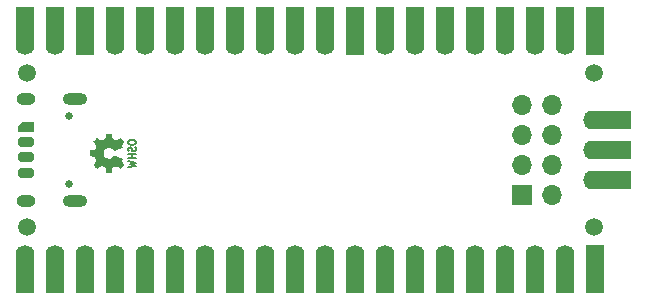
<source format=gbr>
%TF.GenerationSoftware,KiCad,Pcbnew,8.0.1*%
%TF.CreationDate,2024-04-07T18:53:55+05:30*%
%TF.ProjectId,Mitayi-Pico-RP2040,4d697461-7969-42d5-9069-636f2d525032,0.6*%
%TF.SameCoordinates,PX73df160PY5f2d3c0*%
%TF.FileFunction,Soldermask,Bot*%
%TF.FilePolarity,Negative*%
%FSLAX46Y46*%
G04 Gerber Fmt 4.6, Leading zero omitted, Abs format (unit mm)*
G04 Created by KiCad (PCBNEW 8.0.1) date 2024-04-07 18:53:55*
%MOMM*%
%LPD*%
G01*
G04 APERTURE LIST*
G04 Aperture macros list*
%AMRoundRect*
0 Rectangle with rounded corners*
0 $1 Rounding radius*
0 $2 $3 $4 $5 $6 $7 $8 $9 X,Y pos of 4 corners*
0 Add a 4 corners polygon primitive as box body*
4,1,4,$2,$3,$4,$5,$6,$7,$8,$9,$2,$3,0*
0 Add four circle primitives for the rounded corners*
1,1,$1+$1,$2,$3*
1,1,$1+$1,$4,$5*
1,1,$1+$1,$6,$7*
1,1,$1+$1,$8,$9*
0 Add four rect primitives between the rounded corners*
20,1,$1+$1,$2,$3,$4,$5,0*
20,1,$1+$1,$4,$5,$6,$7,0*
20,1,$1+$1,$6,$7,$8,$9,0*
20,1,$1+$1,$8,$9,$2,$3,0*%
%AMOutline5P*
0 Free polygon, 5 corners , with rotation*
0 The origin of the aperture is its center*
0 number of corners: always 5*
0 $1 to $10 corner X, Y*
0 $11 Rotation angle, in degrees counterclockwise*
0 create outline with 5 corners*
4,1,5,$1,$2,$3,$4,$5,$6,$7,$8,$9,$10,$1,$2,$11*%
%AMOutline6P*
0 Free polygon, 6 corners , with rotation*
0 The origin of the aperture is its center*
0 number of corners: always 6*
0 $1 to $12 corner X, Y*
0 $13 Rotation angle, in degrees counterclockwise*
0 create outline with 6 corners*
4,1,6,$1,$2,$3,$4,$5,$6,$7,$8,$9,$10,$11,$12,$1,$2,$13*%
%AMOutline7P*
0 Free polygon, 7 corners , with rotation*
0 The origin of the aperture is its center*
0 number of corners: always 7*
0 $1 to $14 corner X, Y*
0 $15 Rotation angle, in degrees counterclockwise*
0 create outline with 7 corners*
4,1,7,$1,$2,$3,$4,$5,$6,$7,$8,$9,$10,$11,$12,$13,$14,$1,$2,$15*%
%AMOutline8P*
0 Free polygon, 8 corners , with rotation*
0 The origin of the aperture is its center*
0 number of corners: always 8*
0 $1 to $16 corner X, Y*
0 $17 Rotation angle, in degrees counterclockwise*
0 create outline with 8 corners*
4,1,8,$1,$2,$3,$4,$5,$6,$7,$8,$9,$10,$11,$12,$13,$14,$15,$16,$1,$2,$17*%
G04 Aperture macros list end*
%ADD10C,0.150000*%
%ADD11C,0.000000*%
%ADD12R,1.600000X3.200000*%
%ADD13O,1.600000X1.700000*%
%ADD14R,1.600000X1.700000*%
%ADD15C,1.500000*%
%ADD16R,3.200000X1.600000*%
%ADD17O,1.700000X1.600000*%
%ADD18C,0.650000*%
%ADD19O,2.100000X1.000000*%
%ADD20O,1.600000X1.000000*%
%ADD21RoundRect,0.200000X-0.450000X0.200000X-0.450000X-0.200000X0.450000X-0.200000X0.450000X0.200000X0*%
%ADD22R,1.700000X1.700000*%
%ADD23O,1.700000X1.700000*%
%ADD24Outline5P,-0.400000X0.650000X0.400000X0.650000X0.400000X-0.650000X-0.080000X-0.650000X-0.400000X-0.330000X270.000000*%
G04 APERTURE END LIST*
D10*
X10069771Y11200000D02*
X10069771Y11085714D01*
X10069771Y11085714D02*
X10098342Y11028571D01*
X10098342Y11028571D02*
X10155485Y10971428D01*
X10155485Y10971428D02*
X10269771Y10942857D01*
X10269771Y10942857D02*
X10469771Y10942857D01*
X10469771Y10942857D02*
X10584057Y10971428D01*
X10584057Y10971428D02*
X10641200Y11028571D01*
X10641200Y11028571D02*
X10669771Y11085714D01*
X10669771Y11085714D02*
X10669771Y11200000D01*
X10669771Y11200000D02*
X10641200Y11257142D01*
X10641200Y11257142D02*
X10584057Y11314285D01*
X10584057Y11314285D02*
X10469771Y11342857D01*
X10469771Y11342857D02*
X10269771Y11342857D01*
X10269771Y11342857D02*
X10155485Y11314285D01*
X10155485Y11314285D02*
X10098342Y11257142D01*
X10098342Y11257142D02*
X10069771Y11200000D01*
X10641200Y10714286D02*
X10669771Y10628571D01*
X10669771Y10628571D02*
X10669771Y10485714D01*
X10669771Y10485714D02*
X10641200Y10428571D01*
X10641200Y10428571D02*
X10612628Y10400000D01*
X10612628Y10400000D02*
X10555485Y10371429D01*
X10555485Y10371429D02*
X10498342Y10371429D01*
X10498342Y10371429D02*
X10441200Y10400000D01*
X10441200Y10400000D02*
X10412628Y10428571D01*
X10412628Y10428571D02*
X10384057Y10485714D01*
X10384057Y10485714D02*
X10355485Y10600000D01*
X10355485Y10600000D02*
X10326914Y10657143D01*
X10326914Y10657143D02*
X10298342Y10685714D01*
X10298342Y10685714D02*
X10241200Y10714286D01*
X10241200Y10714286D02*
X10184057Y10714286D01*
X10184057Y10714286D02*
X10126914Y10685714D01*
X10126914Y10685714D02*
X10098342Y10657143D01*
X10098342Y10657143D02*
X10069771Y10600000D01*
X10069771Y10600000D02*
X10069771Y10457143D01*
X10069771Y10457143D02*
X10098342Y10371429D01*
X10669771Y10114285D02*
X10069771Y10114285D01*
X10355485Y10114285D02*
X10355485Y9771428D01*
X10669771Y9771428D02*
X10069771Y9771428D01*
X10069771Y9542857D02*
X10669771Y9400000D01*
X10669771Y9400000D02*
X10241200Y9285714D01*
X10241200Y9285714D02*
X10669771Y9171429D01*
X10669771Y9171429D02*
X10069771Y9028571D01*
D11*
%TO.C,G\u002A\u002A\u002A*%
G36*
X8419980Y11850425D02*
G01*
X8466995Y11850316D01*
X8510842Y11850046D01*
X8550204Y11849638D01*
X8583762Y11849110D01*
X8610197Y11848485D01*
X8628191Y11847781D01*
X8636427Y11847021D01*
X8637443Y11846750D01*
X8641139Y11845539D01*
X8644370Y11843398D01*
X8647383Y11839331D01*
X8650428Y11832340D01*
X8653751Y11821430D01*
X8657600Y11805605D01*
X8662224Y11783868D01*
X8667869Y11755224D01*
X8674784Y11718675D01*
X8683215Y11673226D01*
X8693412Y11617880D01*
X8696776Y11599693D01*
X8706896Y11546233D01*
X8715482Y11503073D01*
X8722645Y11469711D01*
X8728498Y11445647D01*
X8733151Y11430383D01*
X8736715Y11423417D01*
X8736751Y11423383D01*
X8744364Y11418976D01*
X8760736Y11411291D01*
X8784290Y11400959D01*
X8813445Y11388613D01*
X8846623Y11374883D01*
X8882245Y11360402D01*
X8918731Y11345803D01*
X8954503Y11331716D01*
X8987981Y11318774D01*
X9017586Y11307609D01*
X9041739Y11298852D01*
X9058862Y11293136D01*
X9067374Y11291092D01*
X9073968Y11293899D01*
X9088700Y11302353D01*
X9110361Y11315752D01*
X9137851Y11333389D01*
X9170066Y11354555D01*
X9205904Y11378542D01*
X9244263Y11404644D01*
X9281070Y11429698D01*
X9317038Y11453787D01*
X9349429Y11475083D01*
X9377142Y11492879D01*
X9399074Y11506466D01*
X9414122Y11515138D01*
X9421182Y11518185D01*
X9421856Y11518084D01*
X9430460Y11512763D01*
X9446510Y11499417D01*
X9469924Y11478121D01*
X9500620Y11448951D01*
X9538517Y11411984D01*
X9583532Y11367296D01*
X9596685Y11354128D01*
X9639243Y11311142D01*
X9673822Y11275545D01*
X9700528Y11247222D01*
X9719471Y11226057D01*
X9730758Y11211932D01*
X9734496Y11204733D01*
X9732078Y11198798D01*
X9723993Y11184518D01*
X9710917Y11163266D01*
X9693567Y11136160D01*
X9672658Y11104315D01*
X9648908Y11068849D01*
X9623032Y11030880D01*
X9599960Y10997054D01*
X9575941Y10961249D01*
X9554686Y10928938D01*
X9536913Y10901237D01*
X9523336Y10879264D01*
X9514671Y10864138D01*
X9511634Y10856974D01*
X9512183Y10854053D01*
X9516887Y10841507D01*
X9525624Y10822241D01*
X9537447Y10798285D01*
X9551409Y10771669D01*
X9554136Y10766589D01*
X9569074Y10737587D01*
X9580102Y10714017D01*
X9586622Y10697233D01*
X9588039Y10688590D01*
X9583641Y10684980D01*
X9569933Y10677577D01*
X9546797Y10666550D01*
X9514085Y10651835D01*
X9471648Y10633366D01*
X9419335Y10611077D01*
X9356998Y10584902D01*
X9284488Y10554775D01*
X9223502Y10529544D01*
X9156405Y10501792D01*
X9098340Y10477795D01*
X9048640Y10457289D01*
X9006636Y10440009D01*
X8971661Y10425691D01*
X8943048Y10414071D01*
X8920129Y10404882D01*
X8902237Y10397862D01*
X8888703Y10392745D01*
X8878860Y10389268D01*
X8872041Y10387164D01*
X8867578Y10386170D01*
X8864804Y10386022D01*
X8863050Y10386454D01*
X8861650Y10387201D01*
X8861271Y10387456D01*
X8854945Y10394230D01*
X8843931Y10408026D01*
X8829670Y10426982D01*
X8813604Y10449236D01*
X8774041Y10500051D01*
X8723886Y10551264D01*
X8669993Y10592473D01*
X8611678Y10624111D01*
X8548257Y10646608D01*
X8479047Y10660396D01*
X8424075Y10664061D01*
X8357890Y10659012D01*
X8293776Y10644095D01*
X8232697Y10619974D01*
X8175614Y10587311D01*
X8123488Y10546770D01*
X8077283Y10499013D01*
X8037959Y10444703D01*
X8006480Y10384505D01*
X7983806Y10319079D01*
X7977892Y10291112D01*
X7972593Y10242841D01*
X7971788Y10191605D01*
X7975481Y10141728D01*
X7983673Y10097536D01*
X8003674Y10037571D01*
X8035139Y9974701D01*
X8075264Y9917983D01*
X8123346Y9868131D01*
X8178682Y9825861D01*
X8240570Y9791887D01*
X8308308Y9766926D01*
X8324723Y9762534D01*
X8345150Y9758394D01*
X8366908Y9755896D01*
X8393239Y9754702D01*
X8427387Y9754472D01*
X8455496Y9754887D01*
X8493864Y9757205D01*
X8527154Y9762292D01*
X8558941Y9770989D01*
X8592802Y9784135D01*
X8632315Y9802570D01*
X8637363Y9805058D01*
X8662133Y9817903D01*
X8682057Y9829972D01*
X8700202Y9843513D01*
X8719638Y9860776D01*
X8743432Y9884010D01*
X8764913Y9906595D01*
X8788634Y9933716D01*
X8809965Y9960200D01*
X8826029Y9982610D01*
X8833902Y9994486D01*
X8848185Y10013939D01*
X8858928Y10024878D01*
X8867024Y10028303D01*
X8873698Y10026384D01*
X8889675Y10020564D01*
X8913847Y10011262D01*
X8945189Y9998903D01*
X8982676Y9983910D01*
X9025280Y9966708D01*
X9071979Y9947721D01*
X9121744Y9927373D01*
X9173553Y9906088D01*
X9226378Y9884290D01*
X9279194Y9862403D01*
X9330976Y9840852D01*
X9380699Y9820060D01*
X9427337Y9800451D01*
X9469864Y9782450D01*
X9507256Y9766481D01*
X9538486Y9752967D01*
X9562529Y9742333D01*
X9578361Y9735003D01*
X9584954Y9731400D01*
X9585790Y9730507D01*
X9587823Y9726203D01*
X9587399Y9719557D01*
X9583948Y9709092D01*
X9576901Y9693333D01*
X9565690Y9670802D01*
X9549744Y9640022D01*
X9506226Y9556768D01*
X9542045Y9503144D01*
X9548032Y9494219D01*
X9564265Y9470219D01*
X9584644Y9440273D01*
X9607722Y9406502D01*
X9632047Y9371029D01*
X9656172Y9335979D01*
X9672665Y9311816D01*
X9692619Y9281849D01*
X9709641Y9255443D01*
X9722869Y9233972D01*
X9731439Y9218807D01*
X9734488Y9211323D01*
X9734295Y9210459D01*
X9728881Y9202284D01*
X9716792Y9187842D01*
X9699050Y9168156D01*
X9676676Y9144246D01*
X9650693Y9117133D01*
X9622123Y9087838D01*
X9591988Y9057382D01*
X9561311Y9026786D01*
X9531112Y8997070D01*
X9502415Y8969255D01*
X9476241Y8944363D01*
X9453613Y8923414D01*
X9435552Y8907429D01*
X9423081Y8897430D01*
X9417222Y8894435D01*
X9411161Y8898037D01*
X9396985Y8907235D01*
X9375820Y8921288D01*
X9348744Y8939470D01*
X9316837Y8961057D01*
X9281178Y8985325D01*
X9242845Y9011548D01*
X9205275Y9037157D01*
X9169517Y9061222D01*
X9137450Y9082489D01*
X9110158Y9100256D01*
X9088721Y9113818D01*
X9074221Y9122471D01*
X9067740Y9125512D01*
X9065747Y9125170D01*
X9054378Y9121606D01*
X9035048Y9114663D01*
X9009282Y9104953D01*
X8978604Y9093090D01*
X8944539Y9079690D01*
X8908612Y9065364D01*
X8872348Y9050729D01*
X8837270Y9036396D01*
X8804904Y9022980D01*
X8776774Y9011095D01*
X8754406Y9001355D01*
X8739323Y8994373D01*
X8733051Y8990764D01*
X8732987Y8990673D01*
X8730755Y8983394D01*
X8726827Y8966527D01*
X8721456Y8941322D01*
X8714897Y8909028D01*
X8707403Y8870896D01*
X8699230Y8828177D01*
X8690631Y8782119D01*
X8681704Y8734227D01*
X8672138Y8684441D01*
X8664086Y8644574D01*
X8657424Y8614065D01*
X8652029Y8592348D01*
X8647775Y8578860D01*
X8644539Y8573037D01*
X8637208Y8571167D01*
X8620225Y8569494D01*
X8595171Y8568111D01*
X8563519Y8567016D01*
X8526741Y8566208D01*
X8486310Y8565686D01*
X8443698Y8565446D01*
X8400379Y8565489D01*
X8357826Y8565811D01*
X8317510Y8566412D01*
X8280904Y8567290D01*
X8249481Y8568443D01*
X8224715Y8569869D01*
X8208077Y8571568D01*
X8201040Y8573536D01*
X8200844Y8573841D01*
X8198242Y8582094D01*
X8193957Y8599848D01*
X8188249Y8625860D01*
X8181377Y8658888D01*
X8173600Y8697689D01*
X8165177Y8741022D01*
X8156368Y8787644D01*
X8147467Y8834636D01*
X8138662Y8879536D01*
X8130588Y8919109D01*
X8123482Y8952238D01*
X8117587Y8977808D01*
X8113140Y8994702D01*
X8110382Y9001804D01*
X8104808Y9005225D01*
X8090173Y9012518D01*
X8068265Y9022737D01*
X8040663Y9035205D01*
X8008948Y9049242D01*
X7974700Y9064170D01*
X7939497Y9079311D01*
X7904920Y9093984D01*
X7872548Y9107512D01*
X7843961Y9119215D01*
X7820740Y9128415D01*
X7804463Y9134432D01*
X7796711Y9136589D01*
X7796070Y9136456D01*
X7787769Y9132190D01*
X7771639Y9122419D01*
X7748726Y9107828D01*
X7720076Y9089098D01*
X7686738Y9066914D01*
X7649758Y9041958D01*
X7610182Y9014912D01*
X7601718Y9009099D01*
X7562674Y8982444D01*
X7526508Y8958011D01*
X7494257Y8936482D01*
X7466957Y8918540D01*
X7445645Y8904868D01*
X7431358Y8896148D01*
X7425134Y8893063D01*
X7419528Y8896811D01*
X7407229Y8907461D01*
X7389278Y8923981D01*
X7366716Y8945340D01*
X7340583Y8970505D01*
X7311917Y8998443D01*
X7281759Y9028123D01*
X7251148Y9058512D01*
X7221125Y9088578D01*
X7192729Y9117288D01*
X7167000Y9143611D01*
X7144978Y9166513D01*
X7127702Y9184964D01*
X7116213Y9197930D01*
X7111550Y9204379D01*
X7112055Y9207829D01*
X7117422Y9219306D01*
X7128516Y9238432D01*
X7145501Y9265466D01*
X7168540Y9300663D01*
X7197797Y9344283D01*
X7233434Y9396583D01*
X7242319Y9409566D01*
X7269107Y9448946D01*
X7293612Y9485325D01*
X7315163Y9517686D01*
X7333091Y9545010D01*
X7346726Y9566279D01*
X7355399Y9580475D01*
X7358438Y9586580D01*
X7357714Y9590093D01*
X7353347Y9603243D01*
X7345612Y9623976D01*
X7335188Y9650664D01*
X7322750Y9681683D01*
X7308974Y9715407D01*
X7294538Y9750210D01*
X7280117Y9784466D01*
X7266388Y9816550D01*
X7254027Y9844837D01*
X7243711Y9867700D01*
X7236116Y9883513D01*
X7231919Y9890652D01*
X7227624Y9893049D01*
X7214599Y9897302D01*
X7192875Y9902796D01*
X7162004Y9909631D01*
X7121538Y9917903D01*
X7071028Y9927712D01*
X7010026Y9939155D01*
X6998917Y9941218D01*
X6952250Y9950031D01*
X6909146Y9958399D01*
X6870826Y9966069D01*
X6838515Y9972789D01*
X6813436Y9978305D01*
X6796812Y9982364D01*
X6789867Y9984713D01*
X6787978Y9991216D01*
X6786264Y10007455D01*
X6784821Y10031888D01*
X6783653Y10063044D01*
X6782760Y10099449D01*
X6782144Y10139631D01*
X6781807Y10182117D01*
X6781750Y10225435D01*
X6781975Y10268110D01*
X6782483Y10308672D01*
X6783278Y10345646D01*
X6784360Y10377560D01*
X6785731Y10402942D01*
X6787393Y10420319D01*
X6789348Y10428217D01*
X6793082Y10430585D01*
X6804683Y10434582D01*
X6824394Y10439679D01*
X6852780Y10446001D01*
X6890409Y10453672D01*
X6937847Y10462818D01*
X6995660Y10473562D01*
X7023972Y10478758D01*
X7076588Y10488468D01*
X7119712Y10496543D01*
X7154305Y10503199D01*
X7181326Y10508651D01*
X7201736Y10513116D01*
X7216494Y10516811D01*
X7226562Y10519952D01*
X7232898Y10522755D01*
X7236464Y10525436D01*
X7238219Y10528212D01*
X7238348Y10528531D01*
X7241605Y10536484D01*
X7248437Y10553129D01*
X7258277Y10577089D01*
X7270562Y10606987D01*
X7284723Y10641446D01*
X7300197Y10679088D01*
X7308524Y10699391D01*
X7324510Y10738814D01*
X7336685Y10769724D01*
X7345443Y10793273D01*
X7351181Y10810615D01*
X7354293Y10822904D01*
X7355173Y10831294D01*
X7354217Y10836938D01*
X7354120Y10837178D01*
X7349474Y10845354D01*
X7339296Y10861455D01*
X7324319Y10884378D01*
X7305274Y10913022D01*
X7282896Y10946283D01*
X7257916Y10983060D01*
X7231066Y11022250D01*
X7228573Y11025876D01*
X7202040Y11064606D01*
X7177572Y11100592D01*
X7155875Y11132774D01*
X7137657Y11160091D01*
X7123626Y11181484D01*
X7114489Y11195892D01*
X7110953Y11202254D01*
X7111965Y11204995D01*
X7119847Y11215493D01*
X7135169Y11233000D01*
X7157563Y11257123D01*
X7186662Y11287467D01*
X7222095Y11323640D01*
X7263495Y11365248D01*
X7264866Y11366617D01*
X7304403Y11405988D01*
X7336953Y11438133D01*
X7363254Y11463723D01*
X7384046Y11483426D01*
X7400067Y11497912D01*
X7412058Y11507848D01*
X7420757Y11513903D01*
X7426903Y11516748D01*
X7431235Y11517050D01*
X7431414Y11517007D01*
X7439292Y11513021D01*
X7455105Y11503464D01*
X7477755Y11489053D01*
X7506145Y11470505D01*
X7539176Y11448538D01*
X7575751Y11423868D01*
X7614771Y11397212D01*
X7652974Y11371150D01*
X7690426Y11346019D01*
X7723890Y11323996D01*
X7752349Y11305733D01*
X7774788Y11291881D01*
X7790192Y11283091D01*
X7797545Y11280014D01*
X7801179Y11280689D01*
X7814715Y11285089D01*
X7835828Y11292995D01*
X7862903Y11303714D01*
X7894322Y11316557D01*
X7928468Y11330832D01*
X7963724Y11345847D01*
X7998473Y11360911D01*
X8031099Y11375332D01*
X8059984Y11388420D01*
X8083512Y11399482D01*
X8100064Y11407829D01*
X8108026Y11412767D01*
X8110313Y11416036D01*
X8113931Y11424893D01*
X8118230Y11439542D01*
X8123404Y11460838D01*
X8129643Y11489637D01*
X8137141Y11526794D01*
X8146088Y11573164D01*
X8156677Y11629603D01*
X8160684Y11651095D01*
X8170856Y11704753D01*
X8179444Y11748472D01*
X8186611Y11782984D01*
X8192519Y11809018D01*
X8197332Y11827308D01*
X8201211Y11838584D01*
X8204321Y11843578D01*
X8206350Y11844589D01*
X8214386Y11846318D01*
X8228458Y11847704D01*
X8249405Y11848774D01*
X8278069Y11849554D01*
X8315288Y11850071D01*
X8361903Y11850353D01*
X8418753Y11850426D01*
X8419980Y11850425D01*
G37*
%TD*%
D12*
%TO.C,J4*%
X1300000Y21010000D03*
D13*
X1300000Y19400000D03*
D12*
X3840000Y21010000D03*
D13*
X3840000Y19400000D03*
D12*
X6380000Y21010000D03*
D14*
X6380000Y19400000D03*
D12*
X8920000Y21010000D03*
D13*
X8920000Y19400000D03*
D12*
X11460000Y21010000D03*
D13*
X11460000Y19400000D03*
D12*
X14000000Y21010000D03*
D13*
X14000000Y19400000D03*
D12*
X16540000Y21010000D03*
D13*
X16540000Y19400000D03*
D12*
X19080000Y21010000D03*
D13*
X19080000Y19400000D03*
D12*
X21620000Y21010000D03*
D13*
X21620000Y19400000D03*
D12*
X24160000Y21010000D03*
D13*
X24160000Y19400000D03*
D12*
X26700000Y21010000D03*
D13*
X26700000Y19400000D03*
D12*
X29240000Y21010000D03*
D14*
X29240000Y19400000D03*
D12*
X31780000Y21010000D03*
D13*
X31780000Y19400000D03*
D12*
X34320000Y21010000D03*
D13*
X34320000Y19400000D03*
D12*
X36860000Y21010000D03*
D13*
X36860000Y19400000D03*
D12*
X39400000Y21010000D03*
D13*
X39400000Y19400000D03*
D12*
X41940000Y21010000D03*
D13*
X41940000Y19400000D03*
D12*
X44480000Y21010000D03*
D13*
X44480000Y19400000D03*
D12*
X47020000Y21010000D03*
D13*
X47020000Y19400000D03*
D12*
X49560000Y21010000D03*
D14*
X49560000Y19400000D03*
%TD*%
D12*
%TO.C,J3*%
X1300000Y-10000D03*
D13*
X1300000Y1600000D03*
D12*
X3840000Y-10000D03*
D13*
X3840000Y1600000D03*
D12*
X6380000Y-10000D03*
D13*
X6380000Y1600000D03*
D12*
X8920000Y-10000D03*
D13*
X8920000Y1600000D03*
D12*
X11460000Y-10000D03*
D13*
X11460000Y1600000D03*
D12*
X14000000Y-10000D03*
D13*
X14000000Y1600000D03*
D12*
X16540000Y-10000D03*
D13*
X16540000Y1600000D03*
D12*
X19080000Y-10000D03*
D13*
X19080000Y1600000D03*
D12*
X21620000Y-10000D03*
D13*
X21620000Y1600000D03*
D12*
X24160000Y-10000D03*
D13*
X24160000Y1600000D03*
D12*
X26700000Y-10000D03*
D13*
X26700000Y1600000D03*
D12*
X29240000Y-10000D03*
D13*
X29240000Y1600000D03*
D12*
X31780000Y-10000D03*
D13*
X31780000Y1600000D03*
D12*
X34320000Y-10000D03*
D13*
X34320000Y1600000D03*
D12*
X36860000Y-10000D03*
D13*
X36860000Y1600000D03*
D12*
X39400000Y-10000D03*
D13*
X39400000Y1600000D03*
D12*
X41940000Y-10000D03*
D13*
X41940000Y1600000D03*
D12*
X44480000Y-10000D03*
D13*
X44480000Y1600000D03*
D12*
X47020000Y-10000D03*
D13*
X47020000Y1600000D03*
D12*
X49560000Y-10000D03*
D14*
X49560000Y1600000D03*
%TD*%
D15*
%TO.C,H3*%
X49510000Y17000000D03*
%TD*%
D16*
%TO.C,J5*%
X51010000Y7950000D03*
D17*
X49400000Y7950000D03*
D16*
X51010000Y10490000D03*
D17*
X49400000Y10490000D03*
D16*
X51010000Y13030000D03*
D17*
X49400000Y13030000D03*
%TD*%
D15*
%TO.C,H2*%
X49510000Y4000000D03*
%TD*%
D18*
%TO.C,J2*%
X5030000Y13400000D03*
X5030000Y7620000D03*
D19*
X5560000Y14830000D03*
D20*
X1380000Y14830000D03*
D19*
X5560000Y6190000D03*
D20*
X1380000Y6190000D03*
%TD*%
D15*
%TO.C,H4*%
X1510000Y17000000D03*
%TD*%
%TO.C,H1*%
X1510000Y4000000D03*
%TD*%
D21*
%TO.C,J9*%
X1375000Y9858334D03*
%TD*%
D22*
%TO.C,J1*%
X43400000Y6675000D03*
D23*
X45940000Y6675000D03*
X43400000Y9215000D03*
X45940000Y9215000D03*
X43400000Y11755000D03*
X45940000Y11755000D03*
X43400000Y14295000D03*
X45940000Y14295000D03*
%TD*%
D21*
%TO.C,J8*%
X1375000Y11141667D03*
%TD*%
%TO.C,J7*%
X1375000Y8575000D03*
%TD*%
D24*
%TO.C,J10*%
X1375000Y12425000D03*
%TD*%
M02*

</source>
